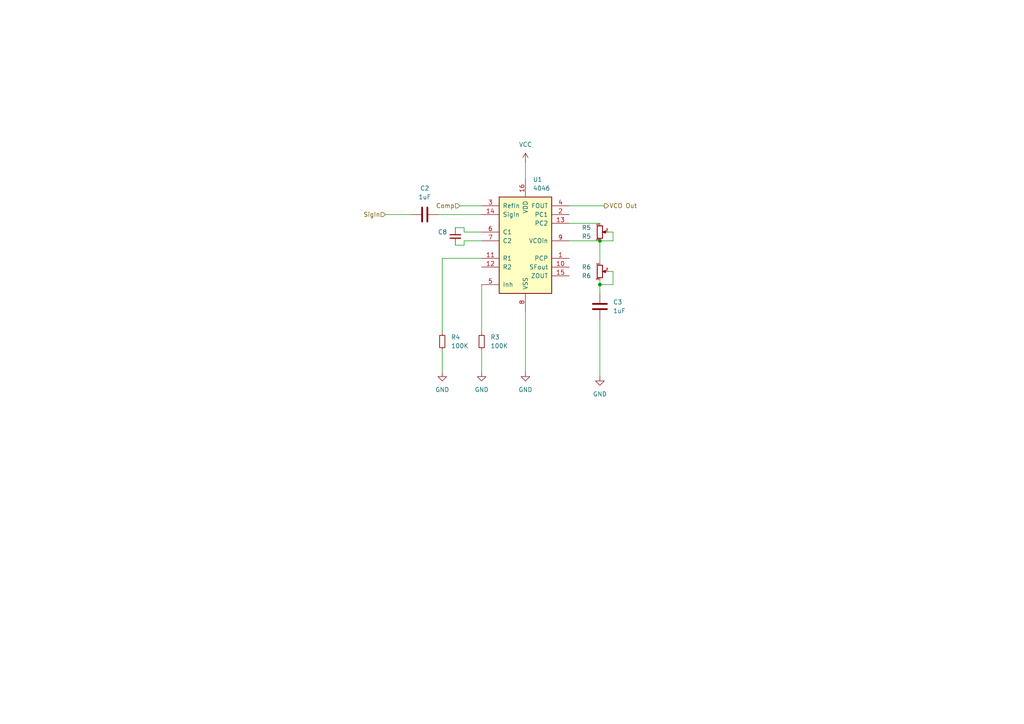
<source format=kicad_sch>
(kicad_sch (version 20250114) (generator "eeschema") (generator_version "9.0")
  (paper "A4")
  (lib_symbols
    (symbol "4xxx:4046" (pin_names (offset 1.016))
      (property "Reference" "U" (at -7.62 13.97 0))
      (property "Value" "4046" (at -7.62 -16.51 0))
      (symbol "4046_1_0"
        (pin input line (at -12.7 10.16 0) (length 5.08) (name "RefIn") (number "3"))
        (pin input line (at -12.7 7.62 0) (length 5.08) (name "SigIn") (number "14"))
        (pin input line (at -12.7 2.54 0) (length 5.08) (name "C1") (number "6"))
        (pin input line (at -12.7 0 0) (length 5.08) (name "C2") (number "7"))
        (pin input line (at -12.7 -5.08 0) (length 5.08) (name "R1") (number "11"))
        (pin input line (at -12.7 -7.62 0) (length 5.08) (name "R2") (number "12"))
        (pin input line (at -12.7 -12.7 0) (length 5.08) (name "Inh") (number "5"))
        (pin power_in line (at 0 17.78 270) (length 5.08) (name "VDD") (number "16"))
        (pin power_in line (at 0 -20.32 90) (length 5.08) (name "VSS") (number "8"))
        (pin output line (at 12.7 10.16 180) (length 5.08) (name "FOUT") (number "4"))
        (pin output line (at 12.7 7.62 180) (length 5.08) (name "PC1") (number "2"))
        (pin tri_state line (at 12.7 5.08 180) (length 5.08) (name "PC2") (number "13"))
        (pin input line (at 12.7 0 180) (length 5.08) (name "VCOin") (number "9"))
        (pin output line (at 12.7 -5.08 180) (length 5.08) (name "PCP") (number "1"))
        (pin output line (at 12.7 -7.62 180) (length 5.08) (name "SFout") (number "10"))
        (pin output line (at 12.7 -10.16 180) (length 5.08) (name "ZOUT") (number "15"))
      )
      (symbol "4046_1_1"
        (rectangle (start -7.62 12.7) (end 7.62 -15.24) (stroke (width 0.254)) (fill (type background)))
      )
    )
    (symbol "Device:C" (pin_numbers (hide yes)) (pin_names (offset 0.254))
      (property "Reference" "C" (at 0.635 2.54 0))
      (property "Value" "C" (at 0.635 -2.54 0))
      (symbol "C_0_1"
        (polyline (pts (xy -2.032 0.762) (xy 2.032 0.762)) (stroke (width 0.508)))
        (polyline (pts (xy -2.032 -0.762) (xy 2.032 -0.762)) (stroke (width 0.508)))
      )
      (symbol "C_1_1"
        (pin passive line (at 0 3.81 270) (length 2.794) (name "~") (number "1"))
        (pin passive line (at 0 -3.81 90) (length 2.794) (name "~") (number "2"))
      )
    )
    (symbol "Device:C_Small" (pin_numbers (hide yes)) (pin_names (offset 0.254) (hide yes))
      (property "Reference" "C" (at 0.254 1.778 0))
      (property "Value" "C_Small" (at 0.254 -2.032 0))
      (symbol "C_Small_0_1"
        (polyline (pts (xy -1.524 0.508) (xy 1.524 0.508)) (stroke (width 0.3048)))
        (polyline (pts (xy -1.524 -0.508) (xy 1.524 -0.508)) (stroke (width 0.3302)))
      )
      (symbol "C_Small_1_1"
        (pin passive line (at 0 2.54 270) (length 2.032) (name "~") (number "1"))
        (pin passive line (at 0 -2.54 90) (length 2.032) (name "~") (number "2"))
      )
    )
    (symbol "Device:R_Potentiometer_Small" (pin_names (offset 1.016) (hide yes))
      (property "Reference" "RV" (at -4.445 0 90))
      (property "Value" "R_Potentiometer_Small" (at -2.54 0 90))
      (symbol "R_Potentiometer_Small_0_1"
        (rectangle (start 0.762 1.8034) (end -0.762 -1.8034) (stroke (width 0.254)))
        (polyline (pts (xy 0.889 0) (xy 0.635 0) (xy 1.651 0.381) (xy 1.651 -0.381) (xy 0.635 0) (xy 0.889 0)) (fill (type outline)))
      )
      (symbol "R_Potentiometer_Small_1_1"
        (pin passive line (at 0 2.54 270) (length 0.635) (name "1") (number "1"))
        (pin passive line (at 0 -2.54 90) (length 0.635) (name "3") (number "3"))
        (pin passive line (at 2.54 0 180) (length 0.9906) (name "2") (number "2"))
      )
    )
    (symbol "Device:R_Small" (pin_numbers (hide yes)) (pin_names (offset 0.254) (hide yes))
      (property "Reference" "R" (at 0 0 90))
      (property "Value" "R_Small" (at 1.778 0 90))
      (symbol "R_Small_0_1"
        (rectangle (start -0.762 1.778) (end 0.762 -1.778) (stroke (width 0.2032)))
      )
      (symbol "R_Small_1_1"
        (pin passive line (at 0 2.54 270) (length 0.762) (name "~") (number "1"))
        (pin passive line (at 0 -2.54 90) (length 0.762) (name "~") (number "2"))
      )
    )
    (symbol "power:GND" (power) (pin_numbers (hide yes)) (pin_names (offset 0) (hide yes))
      (property "Value" "GND" (at 0 -3.81 0))
      (symbol "GND_0_1"
        (polyline (pts (xy 0 0) (xy 0 -1.27) (xy 1.27 -1.27) (xy 0 -2.54) (xy -1.27 -1.27) (xy 0 -1.27)))
      )
      (symbol "GND_1_1"
        (pin power_in line (at 0 0 270) (length 0) (name "~") (number "1"))
      )
    )
    (symbol "power:VCC" (power) (pin_numbers (hide yes)) (pin_names (offset 0) (hide yes))
      (property "Value" "VCC" (at 0 3.556 0))
      (symbol "VCC_0_1"
        (polyline (pts (xy -0.762 1.27) (xy 0 2.54)))
        (polyline (pts (xy 0 2.54) (xy 0.762 1.27)))
        (polyline (pts (xy 0 0) (xy 0 2.54)))
      )
      (symbol "VCC_1_1"
        (pin power_in line (at 0 0 90) (length 0) (name "~") (number "1"))
      )
    )
  )
  (junction (at 173.99 69.85))
  (junction (at 173.99 82.55))
  (wire (pts (xy 176.53 67.31) (xy 177.8 67.31)))
  (wire (pts (xy 176.53 78.74) (xy 177.8 78.74)))
  (wire (pts (xy 152.4 90.17) (xy 152.4 107.95)))
  (wire (pts (xy 177.8 69.85) (xy 173.99 69.85)))
  (wire (pts (xy 139.7 101.6) (xy 139.7 107.95)))
  (wire (pts (xy 165.1 64.77) (xy 173.99 64.77)))
  (wire (pts (xy 173.99 69.85) (xy 173.99 76.2)))
  (wire (pts (xy 128.27 74.93) (xy 128.27 96.52)))
  (wire (pts (xy 128.27 101.6) (xy 128.27 107.95)))
  (wire (pts (xy 177.8 78.74) (xy 177.8 82.55)))
  (wire (pts (xy 173.99 81.28) (xy 173.99 82.55)))
  (wire (pts (xy 134.62 71.12) (xy 132.08 71.12)))
  (wire (pts (xy 173.99 82.55) (xy 173.99 85.09)))
  (wire (pts (xy 111.76 62.23) (xy 119.38 62.23)))
  (wire (pts (xy 177.8 67.31) (xy 177.8 69.85)))
  (wire (pts (xy 173.99 92.71) (xy 173.99 109.22)))
  (wire (pts (xy 127 62.23) (xy 139.7 62.23)))
  (wire (pts (xy 133.35 59.69) (xy 139.7 59.69)))
  (wire (pts (xy 165.1 59.69) (xy 175.26 59.69)))
  (wire (pts (xy 152.4 46.99) (xy 152.4 52.07)))
  (wire (pts (xy 134.62 69.85) (xy 139.7 69.85)))
  (wire (pts (xy 128.27 74.93) (xy 139.7 74.93)))
  (wire (pts (xy 139.7 82.55) (xy 139.7 96.52)))
  (wire (pts (xy 132.08 66.04) (xy 134.62 66.04)))
  (wire (pts (xy 139.7 67.31) (xy 134.62 67.31)))
  (wire (pts (xy 134.62 67.31) (xy 134.62 66.04)))
  (wire (pts (xy 177.8 82.55) (xy 173.99 82.55)))
  (wire (pts (xy 165.1 69.85) (xy 173.99 69.85)))
  (wire (pts (xy 134.62 69.85) (xy 134.62 71.12)))
  (hierarchical_label "VCO Out" (shape output) (at 175.26 59.69 0))
  (hierarchical_label "SigIn" (shape input) (at 111.76 62.23 180))
  (hierarchical_label "Comp" (shape input) (at 133.35 59.69 180))
  (symbol (lib_id "Device:C") (at 123.19 62.23 270) (unit 1)
    (property "Reference" "C2" (at 123.19 54.61 90))
    (property "Value" "1uF" (at 123.19 57.15 90))
    (property "Footprint" "Capacitor_THT:C_Disc_D3.0mm_W1.6mm_P2.50mm" (effects (hide yes)))
    (property "Description" "Unpolarized capacitor" (effects (hide yes)))
    (instances (project "kleingorium" (path "" (reference "C2") (unit 1)) (path "" (reference "C7") (unit 1))))
  )
  (symbol (lib_id "power:VCC") (at 152.4 46.99 0) (unit 1)
    (property "Reference" "#PWR" (effects (hide yes)))
    (property "Value" "VCC" (at 152.4 41.91 0))
    (property "Description" "Power symbol creates a global label with name \"VCC\"" (effects (hide yes)))
    (instances (project "kleingorium" (path "" (reference "#PWR067") (unit 1))))
  )
  (symbol (lib_id "4xxx:4046") (at 152.4 69.85 0) (unit 1)
    (property "Reference" "U1" (at 154.5433 52.07 0) (effects (justify left)))
    (property "Value" "4046" (at 154.5433 54.61 0) (effects (justify left)))
    (property "Footprint" "Package_DIP:DIP-16_W7.62mm" (effects (hide yes)))
    (property "Datasheet" "https://assets.nexperia.com/documents/data-sheet/HEF4046B.pdf" (effects (hide yes)))
    (property "Description" "Phase Comp & VCO" (effects (hide yes)))
    (instances (project "kleingorium" (path "" (reference "U1") (unit 1)) (path "" (reference "U15") (unit 1))))
  )
  (symbol (lib_id "Device:R_Potentiometer_Small") (at 173.99 78.74 0) (unit 1)
    (property "Reference" "R6" (at 171.45 77.4699 0) (effects (justify right)))
    (property "Value" "R6" (at 171.45 80.0099 0) (effects (justify right)))
    (property "Footprint" "Potentiometer_THT:Potentiometer_Alps_RK097_Single_Horizontal" (effects (hide yes)))
    (property "Description" "Potentiometer" (effects (hide yes)))
    (instances (project "kleingorium" (path "" (reference "R6") (unit 1)) (path "" (reference "R34") (unit 1))))
  )
  (symbol (lib_id "power:GND") (at 128.27 107.95 0) (unit 1)
    (property "Reference" "#PWR05" (effects (hide yes)))
    (property "Value" "GND" (at 128.27 113.03 0))
    (property "Description" "Power symbol creates a global label with name \"GND\" , ground" (effects (hide yes)))
    (instances (project "kleingorium" (path "" (reference "#PWR05") (unit 1)) (path "" (reference "#PWR051") (unit 1))))
  )
  (symbol (lib_id "Device:R_Potentiometer_Small") (at 173.99 67.31 0) (unit 1)
    (property "Reference" "R5" (at 171.45 66.0399 0) (effects (justify right)))
    (property "Value" "R5" (at 171.45 68.5799 0) (effects (justify right)))
    (property "Footprint" "Potentiometer_THT:Potentiometer_Alps_RK097_Single_Horizontal" (effects (hide yes)))
    (property "Description" "Potentiometer" (effects (hide yes)))
    (instances (project "kleingorium" (path "" (reference "R5") (unit 1)) (path "" (reference "R33") (unit 1))))
  )
  (symbol (lib_id "power:GND") (at 173.99 109.22 0) (unit 1)
    (property "Reference" "#PWR014" (effects (hide yes)))
    (property "Value" "GND" (at 173.99 114.3 0))
    (property "Description" "Power symbol creates a global label with name \"GND\" , ground" (effects (hide yes)))
    (instances (project "kleingorium" (path "" (reference "#PWR014") (unit 1)) (path "" (reference "#PWR069") (unit 1))))
  )
  (symbol (lib_id "Device:R_Small") (at 128.27 99.06 0) (unit 1)
    (property "Reference" "R4" (at 130.81 97.7899 0) (effects (justify left)))
    (property "Value" "100K" (at 130.81 100.3299 0) (effects (justify left)))
    (property "Footprint" "Resistor_THT:R_Axial_DIN0207_L6.3mm_D2.5mm_P10.16mm_Horizontal" (effects (hide yes)))
    (property "Description" "Resistor, small symbol" (effects (hide yes)))
    (instances (project "kleingorium" (path "" (reference "R4") (unit 1)) (path "" (reference "R30") (unit 1))))
  )
  (symbol (lib_id "power:GND") (at 152.4 107.95 0) (unit 1)
    (property "Reference" "#PWR04" (effects (hide yes)))
    (property "Value" "GND" (at 152.4 113.03 0))
    (property "Description" "Power symbol creates a global label with name \"GND\" , ground" (effects (hide yes)))
    (instances (project "kleingorium" (path "" (reference "#PWR04") (unit 1)) (path "" (reference "#PWR068") (unit 1))))
  )
  (symbol (lib_id "Device:R_Small") (at 139.7 99.06 0) (unit 1)
    (property "Reference" "R3" (at 142.24 97.7899 0) (effects (justify left)))
    (property "Value" "100K" (at 142.24 100.3299 0) (effects (justify left)))
    (property "Footprint" "Resistor_THT:R_Axial_DIN0207_L6.3mm_D2.5mm_P10.16mm_Horizontal" (effects (hide yes)))
    (property "Description" "Resistor, small symbol" (effects (hide yes)))
    (instances (project "kleingorium" (path "" (reference "R3") (unit 1)) (path "" (reference "R32") (unit 1))))
  )
  (symbol (lib_id "Device:C") (at 173.99 88.9 180) (unit 1)
    (property "Reference" "C3" (at 177.8 87.6299 0) (effects (justify right)))
    (property "Value" "1uF" (at 177.8 90.1699 0) (effects (justify right)))
    (property "Footprint" "Capacitor_THT:C_Disc_D3.0mm_W1.6mm_P2.50mm" (effects (hide yes)))
    (property "Description" "Unpolarized capacitor" (effects (hide yes)))
    (instances (project "kleingorium" (path "" (reference "C3") (unit 1)) (path "" (reference "C9") (unit 1))))
  )
  (symbol (lib_id "power:GND") (at 139.7 107.95 0) (unit 1)
    (property "Reference" "#PWR03" (effects (hide yes)))
    (property "Value" "GND" (at 139.7 113.03 0))
    (property "Description" "Power symbol creates a global label with name \"GND\" , ground" (effects (hide yes)))
    (instances (project "kleingorium" (path "" (reference "#PWR03") (unit 1)) (path "" (reference "#PWR064") (unit 1))))
  )
  (symbol (lib_id "Device:C_Small") (at 132.08 68.58 0) (unit 1)
    (property "Reference" "C" (at 127 67.31 0) (effects (justify left)))
    (property "Value" "C1" (effects (hide yes)))
    (property "Footprint" "Capacitor_THT:C_Disc_D4.3mm_W1.9mm_P5.00mm" (effects (hide yes)))
    (property "Description" "Unpolarized capacitor, small symbol" (effects (hide yes)))
    (instances (project "kleingorium" (path "" (reference "C8") (unit 1))))
  )
)
</source>
